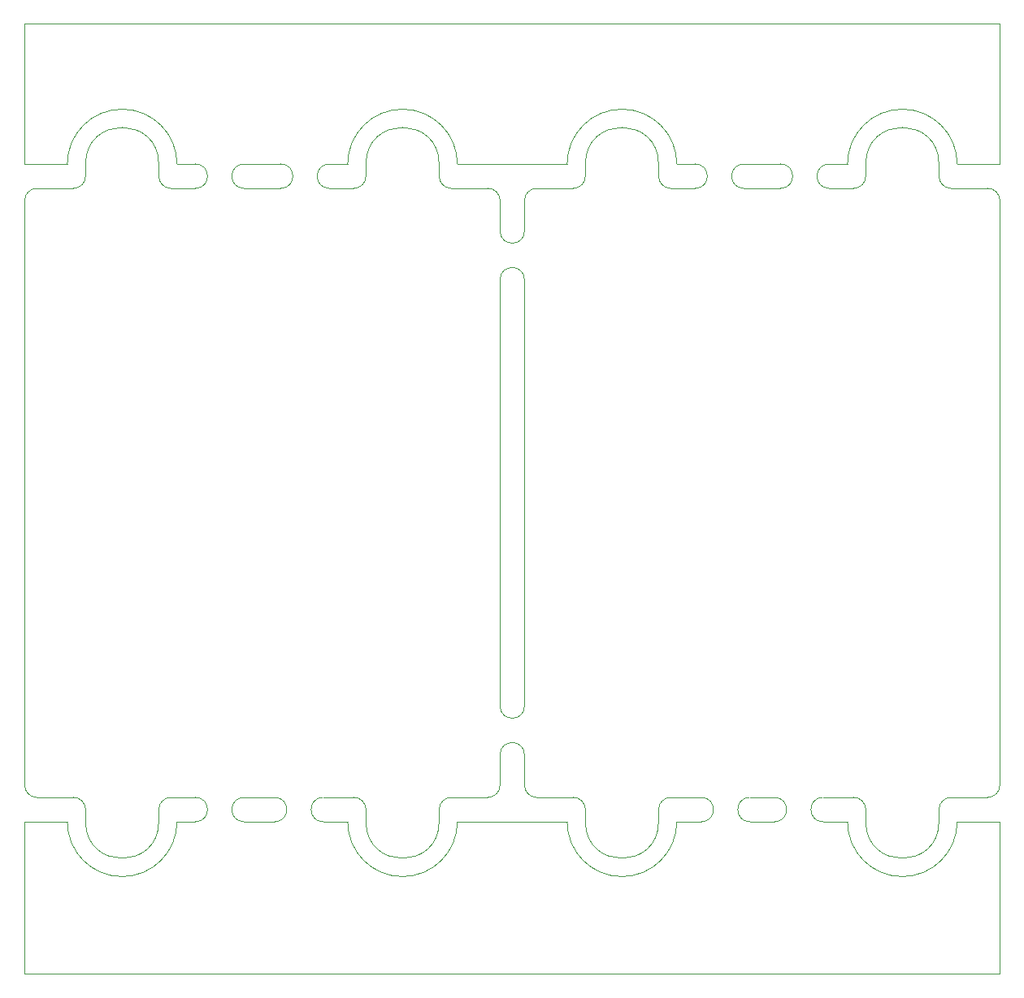
<source format=gbr>
%TF.GenerationSoftware,KiCad,Pcbnew,(5.1.9-0-10_14)*%
%TF.CreationDate,2021-02-28T00:18:14+08:00*%
%TF.ProjectId,panelized,70616e65-6c69-47a6-9564-2e6b69636164,rev?*%
%TF.SameCoordinates,Original*%
%TF.FileFunction,Profile,NP*%
%FSLAX46Y46*%
G04 Gerber Fmt 4.6, Leading zero omitted, Abs format (unit mm)*
G04 Created by KiCad (PCBNEW (5.1.9-0-10_14)) date 2021-02-28 00:18:14*
%MOMM*%
%LPD*%
G01*
G04 APERTURE LIST*
%TA.AperFunction,Profile*%
%ADD10C,0.050000*%
%TD*%
G04 APERTURE END LIST*
D10*
X139065000Y-71755000D02*
X139065000Y-68580000D01*
X139065000Y-121285000D02*
X139065000Y-76835000D01*
X139065000Y-129540000D02*
X139065000Y-126365000D01*
X136525000Y-126365000D02*
X136525000Y-129540000D01*
X136525000Y-76835000D02*
X136525000Y-121285000D01*
X136525000Y-68580000D02*
X136525000Y-71755000D01*
X139065000Y-71755000D02*
G75*
G02*
X136525000Y-71755000I-1270000J0D01*
G01*
X136525000Y-76835000D02*
G75*
G02*
X139065000Y-76835000I1270000J0D01*
G01*
X136525000Y-126365000D02*
G75*
G02*
X139065000Y-126365000I1270000J0D01*
G01*
X139065000Y-121285000D02*
G75*
G02*
X136525000Y-121285000I-1270000J0D01*
G01*
X170180000Y-133350000D02*
X172720000Y-133350000D01*
X170180000Y-133350000D02*
G75*
G02*
X170180000Y-130810000I0J1270000D01*
G01*
X165100000Y-130810000D02*
G75*
G02*
X165100000Y-133350000I0J-1270000D01*
G01*
X162560000Y-133350000D02*
G75*
G02*
X162560000Y-130810000I0J1270000D01*
G01*
X157480000Y-130810000D02*
G75*
G02*
X157480000Y-133350000I0J-1270000D01*
G01*
X162560000Y-133350000D02*
X165100000Y-133350000D01*
X154940000Y-133350000D02*
X157480000Y-133350000D01*
X156845000Y-64770000D02*
G75*
G02*
X156845000Y-67310000I0J-1270000D01*
G01*
X161925000Y-67310000D02*
G75*
G02*
X161925000Y-64770000I0J1270000D01*
G01*
X165735000Y-64770000D02*
G75*
G02*
X165735000Y-67310000I0J-1270000D01*
G01*
X170815000Y-67310000D02*
G75*
G02*
X170815000Y-64770000I0J1270000D01*
G01*
X118745000Y-67310000D02*
G75*
G02*
X118745000Y-64770000I0J1270000D01*
G01*
X104775000Y-64770000D02*
G75*
G02*
X104775000Y-67310000I0J-1270000D01*
G01*
X109855000Y-67310000D02*
G75*
G02*
X109855000Y-64770000I0J1270000D01*
G01*
X113665000Y-64770000D02*
G75*
G02*
X113665000Y-67310000I0J-1270000D01*
G01*
X104775000Y-130810000D02*
G75*
G02*
X104775000Y-133350000I0J-1270000D01*
G01*
X118110000Y-133350000D02*
G75*
G02*
X118110000Y-130810000I0J1270000D01*
G01*
X113030000Y-130810000D02*
G75*
G02*
X113030000Y-133350000I0J-1270000D01*
G01*
X109855000Y-133350000D02*
G75*
G02*
X109855000Y-130810000I0J1270000D01*
G01*
X157480000Y-130810000D02*
X154305000Y-130810000D01*
X165100000Y-130810000D02*
X162560000Y-130810000D01*
X173355000Y-130810000D02*
X170180000Y-130810000D01*
X184150000Y-133350000D02*
X188595000Y-133350000D01*
X184150000Y-133350000D02*
G75*
G02*
X172720000Y-133350000I-5715000J0D01*
G01*
X154940000Y-133350000D02*
G75*
G02*
X143510000Y-133350000I-5715000J0D01*
G01*
X184150000Y-64770000D02*
X188595000Y-64770000D01*
X161925000Y-67310000D02*
X165735000Y-67310000D01*
X161925000Y-64770000D02*
X165735000Y-64770000D01*
X170815000Y-67310000D02*
X173355000Y-67310000D01*
X156845000Y-67310000D02*
X154305000Y-67310000D01*
X154940000Y-64770000D02*
X156845000Y-64770000D01*
X172720000Y-64770000D02*
X170815000Y-64770000D01*
X143510000Y-64770000D02*
G75*
G02*
X154940000Y-64770000I5715000J0D01*
G01*
X172720000Y-64770000D02*
G75*
G02*
X184150000Y-64770000I5715000J0D01*
G01*
X188595000Y-149225000D02*
X188595000Y-133350000D01*
X188595000Y-50165000D02*
X188595000Y-64770000D01*
X118745000Y-67310000D02*
X121285000Y-67310000D01*
X102235000Y-67310000D02*
X104775000Y-67310000D01*
X104775000Y-64770000D02*
X102870000Y-64770000D01*
X109855000Y-67310000D02*
X113665000Y-67310000D01*
X113665000Y-64770000D02*
X109855000Y-64770000D01*
X120650000Y-64770000D02*
X118745000Y-64770000D01*
X104775000Y-133350000D02*
X102870000Y-133350000D01*
X113030000Y-133350000D02*
X109855000Y-133350000D01*
X118110000Y-133350000D02*
X120650000Y-133350000D01*
X118110000Y-130810000D02*
X121285000Y-130810000D01*
X109855000Y-130810000D02*
X113030000Y-130810000D01*
X104775000Y-130810000D02*
X102235000Y-130810000D01*
X143510000Y-64770000D02*
X132080000Y-64770000D01*
X86995000Y-50165000D02*
X188595000Y-50165000D01*
X86995000Y-64770000D02*
X86995000Y-50165000D01*
X91440000Y-64770000D02*
X86995000Y-64770000D01*
X143510000Y-133350000D02*
X132080000Y-133350000D01*
X86995000Y-149225000D02*
X188595000Y-149225000D01*
X86995000Y-133350000D02*
X86995000Y-149225000D01*
X91440000Y-133350000D02*
X86995000Y-133350000D01*
X132080000Y-133350000D02*
G75*
G02*
X120650000Y-133350000I-5715000J0D01*
G01*
X102870000Y-133350000D02*
G75*
G02*
X91440000Y-133350000I-5715000J0D01*
G01*
X120650000Y-64770000D02*
G75*
G02*
X132080000Y-64770000I5715000J0D01*
G01*
X91440000Y-64770000D02*
G75*
G02*
X102870000Y-64770000I5715000J0D01*
G01*
X92075000Y-67310000D02*
X88265000Y-67310000D01*
X93345000Y-64770000D02*
X93345000Y-66040000D01*
X100965000Y-66040000D02*
X100965000Y-64770000D01*
X122555000Y-64770000D02*
X122555000Y-66040000D01*
X130175000Y-66040000D02*
X130175000Y-64770000D01*
X135255000Y-67310000D02*
X131445000Y-67310000D01*
X131445000Y-67310000D02*
G75*
G02*
X130175000Y-66040000I0J1270000D01*
G01*
X122555000Y-66040000D02*
G75*
G02*
X121285000Y-67310000I-1270000J0D01*
G01*
X122555000Y-64770000D02*
G75*
G02*
X130175000Y-64770000I3810000J0D01*
G01*
X102235000Y-67310000D02*
G75*
G02*
X100965000Y-66040000I0J1270000D01*
G01*
X93345000Y-66040000D02*
G75*
G02*
X92075000Y-67310000I-1270000J0D01*
G01*
X93345000Y-64770000D02*
G75*
G02*
X100965000Y-64770000I3810000J0D01*
G01*
X122555000Y-133350000D02*
X122555000Y-132080000D01*
X130175000Y-132080000D02*
X130175000Y-133350000D01*
X135255000Y-130810000D02*
X131445000Y-130810000D01*
X121285000Y-130810000D02*
G75*
G02*
X122555000Y-132080000I0J-1270000D01*
G01*
X130175000Y-132080000D02*
G75*
G02*
X131445000Y-130810000I1270000J0D01*
G01*
X130175000Y-133350000D02*
G75*
G02*
X122555000Y-133350000I-3810000J0D01*
G01*
X93345000Y-133350000D02*
X93345000Y-132080000D01*
X100965000Y-132080000D02*
X100965000Y-133350000D01*
X92075000Y-130810000D02*
G75*
G02*
X93345000Y-132080000I0J-1270000D01*
G01*
X100965000Y-132080000D02*
G75*
G02*
X102235000Y-130810000I1270000J0D01*
G01*
X100965000Y-133350000D02*
G75*
G02*
X93345000Y-133350000I-3810000J0D01*
G01*
X135255000Y-67310000D02*
G75*
G02*
X136525000Y-68580000I0J-1270000D01*
G01*
X88265000Y-130810000D02*
X92075000Y-130810000D01*
X86995000Y-68580000D02*
X86995000Y-129540000D01*
X86995000Y-68580000D02*
G75*
G02*
X88265000Y-67310000I1270000J0D01*
G01*
X88265000Y-130810000D02*
G75*
G02*
X86995000Y-129540000I0J1270000D01*
G01*
X136525000Y-129540000D02*
G75*
G02*
X135255000Y-130810000I-1270000J0D01*
G01*
X144145000Y-67310000D02*
X140335000Y-67310000D01*
X145415000Y-64770000D02*
X145415000Y-66040000D01*
X153035000Y-66040000D02*
X153035000Y-64770000D01*
X174625000Y-64770000D02*
X174625000Y-66040000D01*
X182245000Y-66040000D02*
X182245000Y-64770000D01*
X187325000Y-67310000D02*
X183515000Y-67310000D01*
X183515000Y-67310000D02*
G75*
G02*
X182245000Y-66040000I0J1270000D01*
G01*
X174625000Y-66040000D02*
G75*
G02*
X173355000Y-67310000I-1270000J0D01*
G01*
X174625000Y-64770000D02*
G75*
G02*
X182245000Y-64770000I3810000J0D01*
G01*
X154305000Y-67310000D02*
G75*
G02*
X153035000Y-66040000I0J1270000D01*
G01*
X145415000Y-66040000D02*
G75*
G02*
X144145000Y-67310000I-1270000J0D01*
G01*
X145415000Y-64770000D02*
G75*
G02*
X153035000Y-64770000I3810000J0D01*
G01*
X174625000Y-133350000D02*
X174625000Y-132080000D01*
X182245000Y-132080000D02*
X182245000Y-133350000D01*
X187325000Y-130810000D02*
X183515000Y-130810000D01*
X173355000Y-130810000D02*
G75*
G02*
X174625000Y-132080000I0J-1270000D01*
G01*
X182245000Y-132080000D02*
G75*
G02*
X183515000Y-130810000I1270000J0D01*
G01*
X182245000Y-133350000D02*
G75*
G02*
X174625000Y-133350000I-3810000J0D01*
G01*
X145415000Y-133350000D02*
X145415000Y-132080000D01*
X153035000Y-132080000D02*
X153035000Y-133350000D01*
X144145000Y-130810000D02*
G75*
G02*
X145415000Y-132080000I0J-1270000D01*
G01*
X153035000Y-132080000D02*
G75*
G02*
X154305000Y-130810000I1270000J0D01*
G01*
X153035000Y-133350000D02*
G75*
G02*
X145415000Y-133350000I-3810000J0D01*
G01*
X187325000Y-67310000D02*
G75*
G02*
X188595000Y-68580000I0J-1270000D01*
G01*
X188595000Y-129540000D02*
X188595000Y-68580000D01*
X140335000Y-130810000D02*
X144145000Y-130810000D01*
X139065000Y-68580000D02*
G75*
G02*
X140335000Y-67310000I1270000J0D01*
G01*
X140335000Y-130810000D02*
G75*
G02*
X139065000Y-129540000I0J1270000D01*
G01*
X188595000Y-129540000D02*
G75*
G02*
X187325000Y-130810000I-1270000J0D01*
G01*
M02*

</source>
